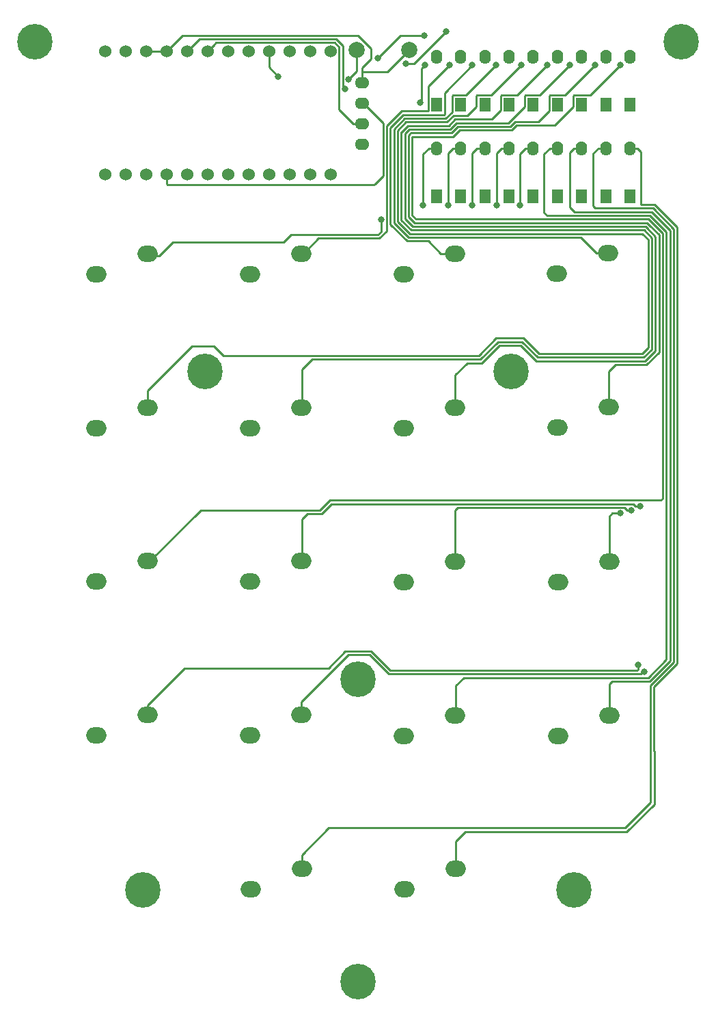
<source format=gtl>
G04 #@! TF.GenerationSoftware,KiCad,Pcbnew,(5.1.4)-1*
G04 #@! TF.CreationDate,2022-04-16T10:18:07+02:00*
G04 #@! TF.ProjectId,cici,63696369-2e6b-4696-9361-645f70636258,rev?*
G04 #@! TF.SameCoordinates,Original*
G04 #@! TF.FileFunction,Copper,L1,Top*
G04 #@! TF.FilePolarity,Positive*
%FSLAX46Y46*%
G04 Gerber Fmt 4.6, Leading zero omitted, Abs format (unit mm)*
G04 Created by KiCad (PCBNEW (5.1.4)-1) date 2022-04-16 10:18:07*
%MOMM*%
%LPD*%
G04 APERTURE LIST*
%ADD10O,1.397000X1.778000*%
%ADD11R,1.397000X1.778000*%
%ADD12C,4.400000*%
%ADD13O,2.500000X2.000000*%
%ADD14C,2.000000*%
%ADD15C,1.524000*%
%ADD16O,1.778000X1.397000*%
%ADD17C,0.800000*%
%ADD18C,0.250000*%
G04 APERTURE END LIST*
D10*
X106825000Y-31850000D03*
D11*
X106825000Y-37850000D03*
D12*
X94130000Y-146390000D03*
X134140000Y-30050000D03*
X54060000Y-30050000D03*
X120850000Y-135000000D03*
X67410000Y-135000000D03*
X94130000Y-108950000D03*
X113080000Y-70830000D03*
X75140000Y-70840000D03*
D13*
X106190000Y-132420000D03*
X99840000Y-134960000D03*
X87140000Y-132420000D03*
X80790000Y-134960000D03*
X125265000Y-113395000D03*
X118915000Y-115935000D03*
X106170000Y-113390000D03*
X99820000Y-115930000D03*
X87120000Y-113370000D03*
X80770000Y-115910000D03*
X68065000Y-113370000D03*
X61715000Y-115910000D03*
X125265000Y-94345000D03*
X118915000Y-96885000D03*
X106115000Y-94345000D03*
X99765000Y-96885000D03*
X87100000Y-94320000D03*
X80750000Y-96860000D03*
X68070000Y-94320000D03*
X61720000Y-96860000D03*
X125165000Y-75270000D03*
X118815000Y-77810000D03*
X106140000Y-75289000D03*
X99790000Y-77829000D03*
X87090000Y-75290000D03*
X80740000Y-77830000D03*
X68065000Y-75290000D03*
X61715000Y-77830000D03*
X125140000Y-56200000D03*
X118790000Y-58740000D03*
X106140000Y-56245000D03*
X99790000Y-58785000D03*
X87090000Y-56245000D03*
X80740000Y-58785000D03*
X68065000Y-56245000D03*
X61715000Y-58785000D03*
D14*
X100440000Y-31020000D03*
X93940000Y-31020000D03*
D10*
X109825000Y-43200000D03*
D11*
X109825000Y-49200000D03*
D15*
X62747000Y-46433600D03*
X65287000Y-46433600D03*
X67827000Y-46433600D03*
X70367000Y-46433600D03*
X72907000Y-46433600D03*
X75447000Y-46433600D03*
X77987000Y-46433600D03*
X80527000Y-46433600D03*
X83067000Y-46433600D03*
X85607000Y-46433600D03*
X88147000Y-46433600D03*
X90687000Y-46433600D03*
X90687000Y-31213600D03*
X88147000Y-31213600D03*
X85607000Y-31213600D03*
X83067000Y-31213600D03*
X80527000Y-31213600D03*
X77987000Y-31213600D03*
X75447000Y-31213600D03*
X72907000Y-31213600D03*
X70367000Y-31213600D03*
X67827000Y-31213600D03*
X65287000Y-31213600D03*
X62747000Y-31213600D03*
D16*
X94625000Y-35080000D03*
X94625000Y-37620000D03*
X94625000Y-40160000D03*
X94625000Y-42700000D03*
D10*
X127825000Y-43200000D03*
D11*
X127825000Y-49200000D03*
D10*
X124825000Y-43200000D03*
D11*
X124825000Y-49200000D03*
D10*
X121825000Y-43200000D03*
D11*
X121825000Y-49200000D03*
D10*
X118825000Y-43200000D03*
D11*
X118825000Y-49200000D03*
D10*
X115825000Y-43200000D03*
D11*
X115825000Y-49200000D03*
D10*
X112825000Y-43200000D03*
D11*
X112825000Y-49200000D03*
D10*
X106825000Y-43200000D03*
D11*
X106825000Y-49200000D03*
D10*
X103825000Y-43200000D03*
D11*
X103825000Y-49200000D03*
D10*
X127825000Y-31850000D03*
D11*
X127825000Y-37850000D03*
D10*
X124825000Y-31850000D03*
D11*
X124825000Y-37850000D03*
D10*
X121825000Y-31850000D03*
D11*
X121825000Y-37850000D03*
D10*
X118825000Y-31850000D03*
D11*
X118825000Y-37850000D03*
D10*
X115825000Y-31850000D03*
D11*
X115825000Y-37850000D03*
D10*
X112825000Y-31850000D03*
D11*
X112825000Y-37850000D03*
D10*
X109825000Y-31850000D03*
D11*
X109825000Y-37850000D03*
D10*
X103825000Y-31850000D03*
D11*
X103825000Y-37850000D03*
D17*
X102400000Y-32925000D03*
X96949980Y-52025000D03*
X101825000Y-37570000D03*
X105425000Y-32925000D03*
X108275000Y-32925000D03*
X111200000Y-32925000D03*
X114350000Y-32925000D03*
X117525000Y-32925000D03*
X120325000Y-32925000D03*
X123450000Y-32925000D03*
X126600000Y-32925000D03*
X84225000Y-34350000D03*
X102175000Y-50275000D03*
X129075011Y-87500000D03*
X105250000Y-50275000D03*
X128005849Y-88021668D03*
X108225000Y-50275000D03*
X126600743Y-88400020D03*
X111275000Y-50275000D03*
X128790000Y-107150000D03*
X105000000Y-28799989D03*
X100060000Y-32770000D03*
X114200000Y-50275000D03*
X129570000Y-108005000D03*
X96560000Y-32080000D03*
X102287653Y-29249999D03*
X92499001Y-35850000D03*
X92949010Y-34700031D03*
D18*
X82250000Y-54800000D02*
X82475000Y-54800000D01*
X71200000Y-54800000D02*
X82250000Y-54800000D01*
X69475000Y-56525000D02*
X71200000Y-54800000D01*
X68025000Y-56525000D02*
X69475000Y-56525000D01*
X84925000Y-54800000D02*
X82250000Y-54800000D01*
X85825000Y-53900000D02*
X84925000Y-54800000D01*
X89625000Y-53875000D02*
X89600000Y-53900000D01*
X89600000Y-53900000D02*
X88975000Y-53900000D01*
X88975000Y-53900000D02*
X85825000Y-53900000D01*
X102400000Y-32925000D02*
X102000001Y-33324999D01*
X102000001Y-33324999D02*
X102000001Y-37030562D01*
X96588590Y-53900000D02*
X94580000Y-53900000D01*
X96949980Y-53538610D02*
X96588590Y-53900000D01*
X96949980Y-52025000D02*
X96949980Y-53538610D01*
X94580000Y-53900000D02*
X88975000Y-53900000D01*
X102000001Y-37030562D02*
X102000001Y-37394999D01*
X102000001Y-37394999D02*
X101825000Y-37570000D01*
X87340000Y-56245000D02*
X87090000Y-56245000D01*
X89234990Y-54350010D02*
X87340000Y-56245000D01*
X96774990Y-54350010D02*
X89234990Y-54350010D01*
X97674980Y-53450020D02*
X96774990Y-54350010D01*
X102801499Y-35548501D02*
X102801499Y-38598501D01*
X105425000Y-32925000D02*
X102801499Y-35548501D01*
X102801499Y-38598501D02*
X102786009Y-38613991D01*
X102786009Y-38613991D02*
X99533201Y-38613991D01*
X99533201Y-38613991D02*
X97674980Y-40472210D01*
X97674980Y-40472210D02*
X97674980Y-53450020D01*
X99619600Y-39164001D02*
X99429300Y-39354300D01*
X100171085Y-54696965D02*
X102796965Y-54696965D01*
X98124991Y-52650871D02*
X100171085Y-54696965D01*
X98124990Y-40658610D02*
X98124991Y-52650871D01*
X99429300Y-39354300D02*
X98124990Y-40658610D01*
X99719599Y-39064001D02*
X99429300Y-39354300D01*
X104783501Y-39064001D02*
X99719599Y-39064001D01*
X104848501Y-38999001D02*
X104783501Y-39064001D01*
X104345000Y-56245000D02*
X106115000Y-56245000D01*
X102796965Y-54696965D02*
X104345000Y-56245000D01*
X104848501Y-36351499D02*
X104848501Y-38999001D01*
X108275000Y-32925000D02*
X104848501Y-36351499D01*
X105866499Y-36635999D02*
X105776249Y-36726249D01*
X105776249Y-36726249D02*
X105776249Y-38707663D01*
X105776249Y-38707663D02*
X104958912Y-39525000D01*
X102750000Y-39525000D02*
X102620011Y-39525000D01*
X104958912Y-39525000D02*
X102750000Y-39525000D01*
X102500000Y-39525000D02*
X102489011Y-39514011D01*
X102750000Y-39525000D02*
X102500000Y-39525000D01*
X102489011Y-39514011D02*
X100110989Y-39514011D01*
X100110989Y-39514011D02*
X99906000Y-39514011D01*
X98575000Y-40950000D02*
X98575000Y-52464470D01*
X98575000Y-52464470D02*
X100357485Y-54246955D01*
X98584130Y-40835882D02*
X98584130Y-40940870D01*
X99906001Y-39514011D02*
X98584130Y-40835882D01*
X98584130Y-40940870D02*
X98575000Y-40950000D01*
X100110989Y-39514011D02*
X99906001Y-39514011D01*
X123640000Y-56200000D02*
X125140000Y-56200000D01*
X121686955Y-54246955D02*
X123640000Y-56200000D01*
X100357485Y-54246955D02*
X121686955Y-54246955D01*
X107489001Y-36635999D02*
X106865999Y-36635999D01*
X111200000Y-32925000D02*
X107489001Y-36635999D01*
X107514001Y-36635999D02*
X106865999Y-36635999D01*
X106865999Y-36635999D02*
X105866499Y-36635999D01*
X68500000Y-75075000D02*
X68025000Y-75550000D01*
X107673751Y-39173751D02*
X105946571Y-39173751D01*
X105145312Y-39975010D02*
X100081411Y-39975010D01*
X100081411Y-39975010D02*
X99034140Y-41022282D01*
X105946571Y-39173751D02*
X105145312Y-39975010D01*
X99034140Y-43059140D02*
X99034140Y-43870221D01*
X99034140Y-41022282D02*
X99034140Y-43059140D01*
X125211655Y-68650000D02*
X125211654Y-68650001D01*
X99034140Y-43059140D02*
X99034140Y-52287200D01*
X100543885Y-53796945D02*
X129371945Y-53796945D01*
X129371945Y-53796945D02*
X130075000Y-54500000D01*
X130075000Y-54500000D02*
X130075000Y-67900000D01*
X99034140Y-52287200D02*
X100543885Y-53796945D01*
X130075000Y-67900000D02*
X129325000Y-68650000D01*
X125450000Y-68650000D02*
X125211655Y-68650000D01*
X129325000Y-68650000D02*
X125450000Y-68650000D01*
X68065000Y-73185000D02*
X68065000Y-75270000D01*
X73540000Y-67710000D02*
X68065000Y-73185000D01*
X76280000Y-67710000D02*
X73540000Y-67710000D01*
X116542820Y-68650000D02*
X114612799Y-66719981D01*
X125450000Y-68650000D02*
X116542820Y-68650000D01*
X114612799Y-66719981D02*
X111257198Y-66719982D01*
X111257198Y-66719982D02*
X109077180Y-68900000D01*
X109077180Y-68900000D02*
X77470000Y-68900000D01*
X77470000Y-68900000D02*
X76280000Y-67710000D01*
X108801499Y-38046003D02*
X108488751Y-38358751D01*
X108801499Y-36700999D02*
X108801499Y-38046003D01*
X108588749Y-38258753D02*
X108488751Y-38358751D01*
X108488751Y-38358751D02*
X107673751Y-39173751D01*
X114350000Y-32925000D02*
X110700000Y-36575000D01*
X108866499Y-36635999D02*
X108801499Y-36700999D01*
X110644001Y-36635999D02*
X108866499Y-36635999D01*
X110700000Y-36580000D02*
X110644001Y-36635999D01*
X110700000Y-36575000D02*
X110700000Y-36580000D01*
X103425020Y-40425020D02*
X102992811Y-40425020D01*
X130525010Y-54313600D02*
X130525009Y-68086401D01*
X129558345Y-53346935D02*
X130525010Y-54313600D01*
X100730285Y-53346935D02*
X129558345Y-53346935D01*
X99484151Y-52100801D02*
X100730285Y-53346935D01*
X99484150Y-41215850D02*
X99484151Y-52100801D01*
X99508915Y-41191085D02*
X99484150Y-41215850D01*
X100167811Y-40525020D02*
X99508915Y-41183915D01*
X130525009Y-68086401D02*
X129511410Y-69100000D01*
X100174980Y-40525020D02*
X100167811Y-40525020D01*
X99508915Y-41183915D02*
X99508915Y-41191085D01*
X100274980Y-40425020D02*
X100174980Y-40525020D01*
X103425020Y-40425020D02*
X100274980Y-40425020D01*
X126475000Y-69100000D02*
X126329986Y-69100000D01*
X129511410Y-69100000D02*
X126475000Y-69100000D01*
X88399990Y-69350010D02*
X87140000Y-70610000D01*
X125636410Y-69100000D02*
X125636400Y-69100010D01*
X126475000Y-69100000D02*
X125636410Y-69100000D01*
X125636400Y-69100010D02*
X116356419Y-69100009D01*
X116356419Y-69100009D02*
X114426400Y-67169990D01*
X87140000Y-70610000D02*
X87140000Y-75270000D01*
X114426400Y-67169990D02*
X111443599Y-67169991D01*
X109263580Y-69350010D02*
X88399990Y-69350010D01*
X111443599Y-67169991D02*
X109263580Y-69350010D01*
X105331712Y-40425020D02*
X103425020Y-40425020D01*
X113814001Y-36635999D02*
X111866499Y-36635999D01*
X117525000Y-32925000D02*
X113814001Y-36635999D01*
X106132971Y-39623761D02*
X105331712Y-40425020D01*
X111866499Y-36635999D02*
X111801499Y-36700999D01*
X111801499Y-36700999D02*
X111801499Y-38523501D01*
X111801499Y-38523501D02*
X110701239Y-39623761D01*
X110701239Y-39623761D02*
X106132971Y-39623761D01*
X103179211Y-40875030D02*
X103274970Y-40875030D01*
X130975018Y-68272802D02*
X129697810Y-69550010D01*
X130975020Y-54127200D02*
X130975020Y-61825000D01*
X103274970Y-40875030D02*
X100461380Y-40875030D01*
X100461380Y-40875030D02*
X99934160Y-41402250D01*
X130975020Y-61825000D02*
X130975018Y-68272802D01*
X99934160Y-41402250D02*
X99934160Y-44243020D01*
X129697810Y-69550010D02*
X127524990Y-69550010D01*
X127524990Y-69550010D02*
X127424990Y-69550010D01*
X129744745Y-52896925D02*
X129923910Y-53076090D01*
X129923910Y-53076090D02*
X130975020Y-54127200D01*
X99934160Y-51590840D02*
X99934160Y-44243020D01*
X99934160Y-51914400D02*
X99934160Y-51590840D01*
X100916684Y-52896924D02*
X99934160Y-51914400D01*
X129744743Y-52896925D02*
X100916684Y-52896924D01*
X129923908Y-53076090D02*
X129744743Y-52896925D01*
X129923910Y-53076090D02*
X129923908Y-53076090D01*
X116614001Y-36635999D02*
X115805999Y-36635999D01*
X120325000Y-32925000D02*
X116614001Y-36635999D01*
X116639001Y-36635999D02*
X115805999Y-36635999D01*
X107622800Y-69800020D02*
X106140000Y-71282820D01*
X109449980Y-69800020D02*
X107622800Y-69800020D01*
X127524990Y-69550010D02*
X125822808Y-69550010D01*
X125822808Y-69550010D02*
X125822799Y-69550019D01*
X125822799Y-69550019D02*
X116170018Y-69550018D01*
X106140000Y-71282820D02*
X106140000Y-75270000D01*
X116170018Y-69550018D02*
X114240000Y-67620000D01*
X114240000Y-67620000D02*
X111630000Y-67620000D01*
X111630000Y-67620000D02*
X109449980Y-69800020D01*
X115805999Y-36635999D02*
X114866499Y-36635999D01*
X105518112Y-40875030D02*
X103274970Y-40875030D01*
X114801499Y-36700999D02*
X114801499Y-38046003D01*
X114866499Y-36635999D02*
X114801499Y-36700999D01*
X114801499Y-38046003D02*
X112773731Y-40073771D01*
X112773731Y-40073771D02*
X106319371Y-40073771D01*
X106319371Y-40073771D02*
X105518112Y-40875030D01*
X131425027Y-68249973D02*
X131425027Y-68459203D01*
X131425028Y-67550028D02*
X131425027Y-68459203D01*
X131425028Y-67550028D02*
X131425027Y-68249973D01*
X131425062Y-53940833D02*
X131425028Y-67550028D01*
X106150000Y-52446915D02*
X108275000Y-52446915D01*
X129931143Y-52446915D02*
X130254614Y-52770386D01*
X119996915Y-52446915D02*
X129931143Y-52446915D01*
X130254614Y-52770386D02*
X131425062Y-53940833D01*
X119996915Y-52446915D02*
X120225000Y-52446915D01*
X108275000Y-52446915D02*
X119996915Y-52446915D01*
X103850040Y-41325040D02*
X100647780Y-41325040D01*
X103850040Y-41325040D02*
X103365611Y-41325040D01*
X100647780Y-41325040D02*
X100548910Y-41423910D01*
X100548910Y-41423910D02*
X100384170Y-41588650D01*
X100384170Y-51728000D02*
X101103085Y-52446915D01*
X100384170Y-43859170D02*
X100384170Y-51728000D01*
X101103085Y-52446915D02*
X103250000Y-52446915D01*
X100384170Y-43859170D02*
X100384170Y-44429420D01*
X100384170Y-41588650D02*
X100384170Y-43859170D01*
X125165000Y-74020000D02*
X125165000Y-75270000D01*
X125165000Y-70844226D02*
X125165000Y-74020000D01*
X126009206Y-70000020D02*
X125165000Y-70844226D01*
X129884210Y-70000020D02*
X126009206Y-70000020D01*
X131425027Y-68459203D02*
X129884210Y-70000020D01*
X103250000Y-52446915D02*
X106150000Y-52446915D01*
X106505771Y-40523781D02*
X105704512Y-41325040D01*
X112960131Y-40523781D02*
X106505771Y-40523781D01*
X113558912Y-39925000D02*
X112960131Y-40523781D01*
X105704512Y-41325040D02*
X105354960Y-41325040D01*
X123450000Y-32925000D02*
X119739001Y-36635999D01*
X117866499Y-36635999D02*
X117801499Y-36700999D01*
X105354960Y-41325040D02*
X103850040Y-41325040D01*
X117801499Y-36700999D02*
X117801499Y-38573501D01*
X117801499Y-38573501D02*
X116450000Y-39925000D01*
X119739001Y-36635999D02*
X117866499Y-36635999D01*
X116450000Y-39925000D02*
X113558912Y-39925000D01*
X103724950Y-41775050D02*
X103552011Y-41775050D01*
X131875037Y-68645603D02*
X131875000Y-68645640D01*
X131875037Y-67974963D02*
X131875037Y-68645603D01*
X131875063Y-67974937D02*
X131875037Y-67974963D01*
X131875063Y-57350000D02*
X131875063Y-67974937D01*
X103724950Y-41775050D02*
X100834180Y-41775050D01*
X101546905Y-51996905D02*
X130117544Y-51996906D01*
X130117544Y-51996906D02*
X131875071Y-53754435D01*
X131875071Y-53754435D02*
X131875063Y-57350000D01*
X100834180Y-51140820D02*
X100834180Y-51284180D01*
X122889001Y-36635999D02*
X122225999Y-36635999D01*
X126600000Y-32925000D02*
X122889001Y-36635999D01*
X131875037Y-86549963D02*
X131650000Y-86775000D01*
X131650000Y-86775000D02*
X90625000Y-86775000D01*
X68290000Y-94320000D02*
X68040000Y-94320000D01*
X131875037Y-68645603D02*
X131875037Y-86549963D01*
X89400000Y-88000000D02*
X74610000Y-88000000D01*
X90625000Y-86775000D02*
X89400000Y-88000000D01*
X74610000Y-88000000D02*
X68290000Y-94320000D01*
X122225999Y-36635999D02*
X120866499Y-36635999D01*
X120866499Y-36635999D02*
X120801499Y-36700999D01*
X121354001Y-36635999D02*
X120866499Y-36635999D01*
X122225999Y-36635999D02*
X121354001Y-36635999D01*
X120801499Y-38046003D02*
X120133751Y-38713751D01*
X120801499Y-36700999D02*
X120801499Y-38046003D01*
X120340000Y-38507502D02*
X120133751Y-38713751D01*
X105890912Y-41775050D02*
X103724950Y-41775050D01*
X106692171Y-40973791D02*
X105890912Y-41775050D01*
X113146531Y-40973791D02*
X106692171Y-40973791D01*
X113745312Y-40375010D02*
X113146531Y-40973791D01*
X118472492Y-40375010D02*
X113745312Y-40375010D01*
X120133751Y-38713751D02*
X118472492Y-40375010D01*
X100834180Y-50975820D02*
X100834180Y-51541600D01*
X100834180Y-50975820D02*
X100834180Y-51140820D01*
X100834180Y-41775050D02*
X100834180Y-50975820D01*
X100834180Y-51541600D02*
X101289485Y-51996905D01*
X101289485Y-51996905D02*
X101930000Y-51996905D01*
X83067000Y-31213600D02*
X83067000Y-33192000D01*
X83067000Y-33192000D02*
X84225000Y-34350000D01*
X103825000Y-43200000D02*
X103825000Y-43390500D01*
X102876500Y-43200000D02*
X103825000Y-43200000D01*
X102175000Y-43901500D02*
X102876500Y-43200000D01*
X102175000Y-49125000D02*
X102175000Y-43901500D01*
X129075011Y-87500000D02*
X128509326Y-87500000D01*
X128509326Y-87500000D02*
X128234336Y-87225010D01*
X128234336Y-87225010D02*
X90811401Y-87225009D01*
X90811401Y-87225009D02*
X89586400Y-88450010D01*
X87140000Y-89140010D02*
X87140000Y-94320000D01*
X89586400Y-88450010D02*
X87830000Y-88450010D01*
X87830000Y-88450010D02*
X87140000Y-89140010D01*
X102175000Y-49125000D02*
X102175000Y-50275000D01*
X105876500Y-43200000D02*
X105250000Y-43826500D01*
X106825000Y-43200000D02*
X105876500Y-43200000D01*
X105250000Y-50275000D02*
X105250000Y-43826500D01*
X106115000Y-88045000D02*
X106115000Y-94345000D01*
X106484981Y-87675019D02*
X106115000Y-88045000D01*
X127093515Y-87675019D02*
X106484981Y-87675019D01*
X127440164Y-88021668D02*
X127093515Y-87675019D01*
X128005849Y-88021668D02*
X127440164Y-88021668D01*
X108876500Y-43200000D02*
X109825000Y-43200000D01*
X108225000Y-43851500D02*
X108876500Y-43200000D01*
X125619980Y-88400020D02*
X126600743Y-88400020D01*
X125265000Y-94345000D02*
X125265000Y-88755000D01*
X125265000Y-88755000D02*
X125619980Y-88400020D01*
X108225000Y-43851500D02*
X108225000Y-50275000D01*
X111876500Y-43200000D02*
X111275000Y-43801500D01*
X112825000Y-43200000D02*
X111876500Y-43200000D01*
X111275000Y-50275000D02*
X111275000Y-43801500D01*
X95746400Y-105459990D02*
X98116390Y-107829980D01*
X90445010Y-107554990D02*
X92540010Y-105459990D01*
X76390000Y-107550000D02*
X76394990Y-107554990D01*
X98116390Y-107829980D02*
X128675705Y-107829980D01*
X68065000Y-113370000D02*
X68065000Y-112120000D01*
X128675705Y-107829980D02*
X128790000Y-107715685D01*
X76394990Y-107554990D02*
X90445010Y-107554990D01*
X92540010Y-105459990D02*
X95746400Y-105459990D01*
X72635000Y-107550000D02*
X76390000Y-107550000D01*
X128790000Y-107715685D02*
X128790000Y-107150000D01*
X68065000Y-112120000D02*
X72635000Y-107550000D01*
X101074989Y-32725000D02*
X105000000Y-28799989D01*
X101074989Y-32725000D02*
X100105000Y-32725000D01*
X100105000Y-32725000D02*
X100060000Y-32770000D01*
X114876500Y-43200000D02*
X115825000Y-43200000D01*
X114200000Y-43876500D02*
X114876500Y-43200000D01*
X114200000Y-43876500D02*
X114200000Y-50275000D01*
X87090000Y-111720000D02*
X87090000Y-113370000D01*
X129435000Y-108005000D02*
X129160010Y-108279990D01*
X129570000Y-108005000D02*
X129435000Y-108005000D01*
X129160010Y-108279990D02*
X97929990Y-108279990D01*
X97929990Y-108279990D02*
X95560000Y-105910000D01*
X95560000Y-105910000D02*
X92900000Y-105910000D01*
X92900000Y-105910000D02*
X87090000Y-111720000D01*
X106240000Y-109720000D02*
X106240000Y-113420000D01*
X130026895Y-51546895D02*
X130303945Y-51546898D01*
X117546895Y-51546895D02*
X130026895Y-51546895D01*
X117180000Y-51180000D02*
X117546895Y-51546895D01*
X132325047Y-74955099D02*
X132325047Y-106464953D01*
X117180000Y-43896500D02*
X117180000Y-51180000D01*
X118825000Y-43200000D02*
X117876500Y-43200000D01*
X117876500Y-43200000D02*
X117180000Y-43896500D01*
X132325076Y-55960000D02*
X132325076Y-58105076D01*
X130303945Y-51546898D02*
X132325080Y-53568037D01*
X132325080Y-53568037D02*
X132325076Y-55960000D01*
X132325073Y-58105079D02*
X132325073Y-74955073D01*
X132325073Y-74955073D02*
X132325047Y-74955099D01*
X132325047Y-106464953D02*
X130060000Y-108730000D01*
X130060000Y-108730000D02*
X107230000Y-108730000D01*
X132325076Y-58105076D02*
X132325073Y-58105079D01*
X107230000Y-108730000D02*
X106240000Y-109720000D01*
X125265000Y-109505000D02*
X125265000Y-113395000D01*
X130468446Y-51074990D02*
X130490346Y-51096890D01*
X132775056Y-106651354D02*
X130246400Y-109180010D01*
X130246400Y-109180010D02*
X125589990Y-109180010D01*
X132775083Y-58334917D02*
X132775083Y-82914917D01*
X130490346Y-51096890D02*
X132775089Y-53381638D01*
X132775089Y-53381638D02*
X132775086Y-56164914D01*
X132775086Y-56164914D02*
X132775086Y-58334914D01*
X132775086Y-58334914D02*
X132775083Y-58334917D01*
X132775083Y-82914917D02*
X132775057Y-82914943D01*
X132775057Y-82914943D02*
X132775056Y-106651354D01*
X125589990Y-109180010D02*
X125265000Y-109505000D01*
X120876500Y-43200000D02*
X120374990Y-43701510D01*
X121825000Y-43200000D02*
X120876500Y-43200000D01*
X120965010Y-51074990D02*
X130468446Y-51074990D01*
X120374990Y-47624990D02*
X120370000Y-47629980D01*
X120374990Y-43701510D02*
X120374990Y-47624990D01*
X120370000Y-50479980D02*
X120965010Y-51074990D01*
X120370000Y-47629980D02*
X120370000Y-50479980D01*
X133225093Y-106464907D02*
X133225066Y-106464934D01*
X133225065Y-106464935D02*
X133225093Y-106464907D01*
X133225065Y-106837753D02*
X133225065Y-106464935D01*
X130360000Y-109702820D02*
X133225065Y-106837753D01*
X87140000Y-132420000D02*
X87140000Y-130660000D01*
X87140000Y-130660000D02*
X90460000Y-127340000D01*
X90460000Y-127340000D02*
X127240000Y-127340000D01*
X127240000Y-127340000D02*
X130380000Y-124200000D01*
X130380000Y-124200000D02*
X130360000Y-124180000D01*
X130360000Y-124180000D02*
X130360000Y-109702820D01*
X133225097Y-58524903D02*
X133225093Y-58524907D01*
X133225099Y-53195236D02*
X133225097Y-54270000D01*
X133225097Y-54270000D02*
X133225097Y-58524903D01*
X124825000Y-43200000D02*
X123876500Y-43200000D01*
X133225093Y-58524907D02*
X133225093Y-106464907D01*
X123876500Y-43200000D02*
X123240000Y-43836500D01*
X123240000Y-43836500D02*
X123240000Y-50390000D01*
X123240000Y-50390000D02*
X123474980Y-50624980D01*
X123474980Y-50624980D02*
X130654846Y-50624980D01*
X130654846Y-50624980D02*
X133225099Y-53195236D01*
X102287653Y-29249999D02*
X101721967Y-29250000D01*
X99390000Y-29250000D02*
X96560000Y-32080000D01*
X101721967Y-29250000D02*
X99390000Y-29250000D01*
X130841247Y-50174972D02*
X133675103Y-53008832D01*
X130841246Y-50174970D02*
X130841247Y-50174972D01*
X129200000Y-50174970D02*
X130841246Y-50174970D01*
X129200000Y-43626500D02*
X129200000Y-50174970D01*
X127825000Y-43200000D02*
X128773500Y-43200000D01*
X128773500Y-43200000D02*
X129200000Y-43626500D01*
X127420000Y-127860000D02*
X107410000Y-127860000D01*
X106240000Y-129030000D02*
X106240000Y-132420000D01*
X107410000Y-127860000D02*
X106240000Y-129030000D01*
X130830009Y-117809999D02*
X130830009Y-124449991D01*
X133675103Y-106694897D02*
X133675103Y-107024125D01*
X130830009Y-124449991D02*
X127420000Y-127860000D01*
X133675103Y-53008832D02*
X133675103Y-106694897D01*
X130810010Y-109889220D02*
X130810010Y-117790000D01*
X133675103Y-107024125D02*
X130810010Y-109889220D01*
X130810010Y-117790000D02*
X130830009Y-117809999D01*
X69289370Y-31213600D02*
X67827000Y-31213600D01*
X70367000Y-31213600D02*
X69289370Y-31213600D01*
X70367000Y-31213600D02*
X72354021Y-29226579D01*
X94625000Y-33236007D02*
X95740000Y-32121007D01*
X94107581Y-29226579D02*
X91753421Y-29226579D01*
X95740000Y-30858998D02*
X94107581Y-29226579D01*
X95740000Y-32121007D02*
X95740000Y-30858998D01*
X72354021Y-29226579D02*
X91753421Y-29226579D01*
X91753421Y-29226579D02*
X91901579Y-29226579D01*
X97715000Y-33745000D02*
X100440000Y-31020000D01*
X94625000Y-33745000D02*
X97715000Y-33745000D01*
X94625000Y-33745000D02*
X94625000Y-33236007D01*
X94625000Y-35080000D02*
X94625000Y-33745000D01*
X76208999Y-30451601D02*
X75447000Y-31213600D01*
X76534001Y-30126599D02*
X76208999Y-30451601D01*
X91208761Y-30126599D02*
X76534001Y-30126599D01*
X91774001Y-30691839D02*
X91208761Y-30126599D01*
X91774001Y-38448001D02*
X91774001Y-30691839D01*
X93486000Y-40160000D02*
X91774001Y-38448001D01*
X94625000Y-40160000D02*
X93486000Y-40160000D01*
X74444011Y-29676589D02*
X72907000Y-31213600D01*
X91395161Y-29676589D02*
X74444011Y-29676589D01*
X92224010Y-30505438D02*
X91395161Y-29676589D01*
X94625000Y-42700000D02*
X94815500Y-42700000D01*
X92224010Y-30505438D02*
X92224010Y-35575009D01*
X92224010Y-35575009D02*
X92499001Y-35850000D01*
X61700000Y-96850000D02*
X61595001Y-96954999D01*
X80645001Y-77645001D02*
X80800000Y-77800000D01*
X80750000Y-58775000D02*
X80645001Y-58879999D01*
X80800000Y-115850000D02*
X80750000Y-115900000D01*
X99890000Y-97010000D02*
X99765000Y-96885000D01*
X118800000Y-77775000D02*
X118825000Y-77800000D01*
X118720001Y-96670001D02*
X118925000Y-96875000D01*
X118825000Y-77800000D02*
X118720001Y-77904999D01*
X118925000Y-115925000D02*
X118820001Y-116029999D01*
X93940000Y-31020000D02*
X93940000Y-33709041D01*
X93940000Y-33709041D02*
X92949010Y-34700031D01*
X70479800Y-47754800D02*
X70367000Y-47642000D01*
X70367000Y-47642000D02*
X70367000Y-46433600D01*
X94781410Y-37620000D02*
X96675010Y-39513600D01*
X94625000Y-37620000D02*
X94781410Y-37620000D01*
X73804800Y-47754800D02*
X70479800Y-47754800D01*
X74120200Y-47754800D02*
X73804800Y-47754800D01*
X96095200Y-47754800D02*
X93875000Y-47754800D01*
X93875000Y-47754800D02*
X90404800Y-47754800D01*
X73804800Y-47754800D02*
X90404800Y-47754800D01*
X90404800Y-47754800D02*
X90804800Y-47754800D01*
X97224972Y-40285808D02*
X97224970Y-40285810D01*
X96675010Y-39513600D02*
X97224972Y-40063562D01*
X97224972Y-40063562D02*
X97224972Y-40285808D01*
X97224970Y-46625030D02*
X96200000Y-47650000D01*
X97224970Y-40285810D02*
X97224970Y-46625030D01*
X96675010Y-47174990D02*
X96200000Y-47650000D01*
X96200000Y-47650000D02*
X96095200Y-47754800D01*
M02*

</source>
